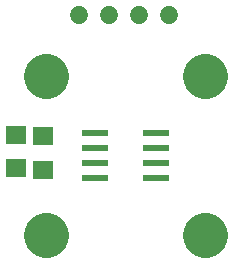
<source format=gts>
G04 ( created by brdgerber.py ( brdgerber.py v0.1 2014-03-12 ) ) date 2020-10-03 00:10:21 EDT*
G04 Gerber Fmt 3.4, Leading zero omitted, Abs format*
%MOIN*%
%FSLAX34Y34*%
G01*
G70*
G90*
G04 APERTURE LIST*
%ADD10C,0.1500*%
%ADD11R,0.0866X0.0236*%
%ADD13C,0.0600*%
%ADD12R,0.0709X0.0629*%
G04 APERTURE END LIST*
G54D10*
D10*
G01X-30505Y14045D02*
G01X-30505Y14045D01*
D10*
G01X-35795Y14045D02*
G01X-35795Y14045D01*
D10*
G01X-35795Y08755D02*
G01X-35795Y08755D01*
D10*
G01X-30505Y08755D02*
G01X-30505Y08755D01*
D11*
X-34173Y11650D03*
D11*
X-32127Y11650D03*
D11*
X-34173Y12150D03*
D11*
X-34173Y11150D03*
D11*
X-34173Y10650D03*
D11*
X-32127Y12150D03*
D11*
X-32127Y11150D03*
D11*
X-32127Y10650D03*
D12*
X-36800Y10991D03*
D12*
X-36800Y12109D03*
D13*
G01X-34700Y16100D02*
G01X-34700Y16100D01*
D13*
G01X-33700Y16100D02*
G01X-33700Y16100D01*
D13*
G01X-32700Y16100D02*
G01X-32700Y16100D01*
D13*
G01X-31700Y16100D02*
G01X-31700Y16100D01*
D12*
X-35900Y10941D03*
D12*
X-35900Y12059D03*
M02*

</source>
